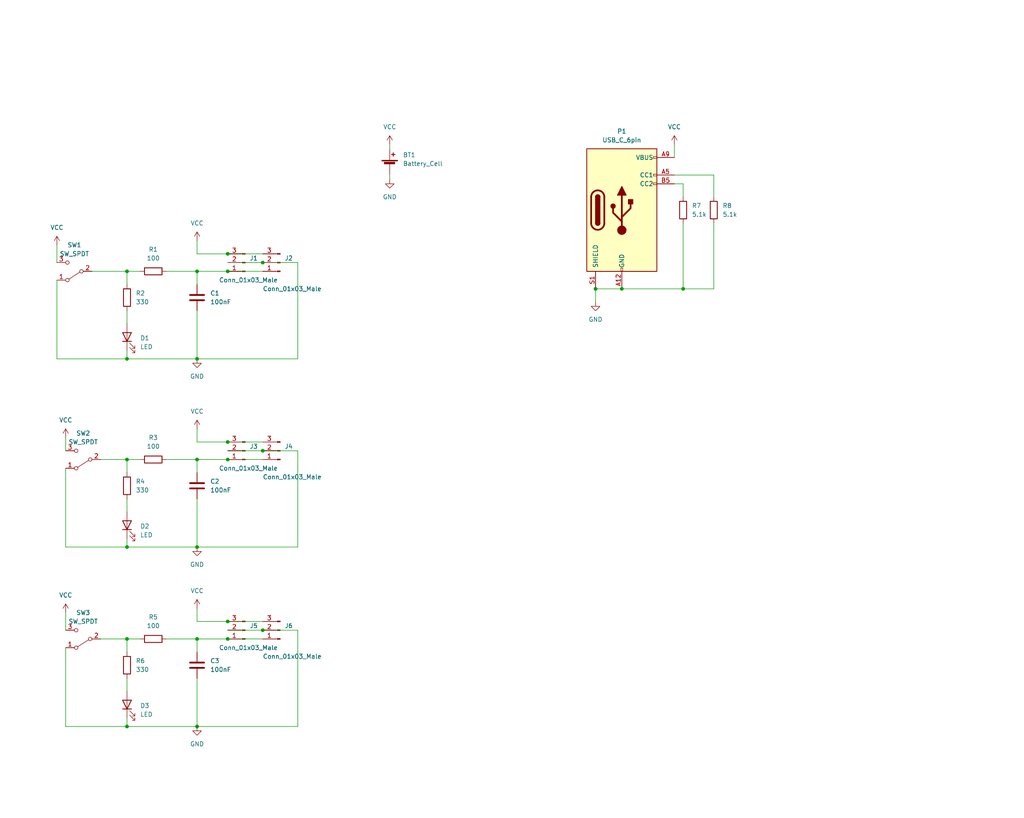
<source format=kicad_sch>
(kicad_sch (version 20231120) (generator "eeschema") (generator_version "8.0")
  (paper "User" 297.002 237.388)
  (lib_symbols
    (symbol "Connector:Conn_01x03_Male" (pin_names (offset 1.016) hide)
      (property "Reference" "J" (at 0 5.08 0))
      (property "Value" "Conn_01x03_Male" (at 0 -5.08 0))
      (symbol "Conn_01x03_Male_1_1"
        (polyline (pts (xy 1.27 -2.54) (xy 0.8636 -2.54)) (stroke (width 0.1524)))
        (polyline (pts (xy 1.27 0) (xy 0.8636 0)) (stroke (width 0.1524)))
        (polyline (pts (xy 1.27 2.54) (xy 0.8636 2.54)) (stroke (width 0.1524)))
        (rectangle (start 0.8636 -2.413) (end 0 -2.667) (stroke (width 0.1524)) (fill (type outline)))
        (rectangle (start 0.8636 0.127) (end 0 -0.127) (stroke (width 0.1524)) (fill (type outline)))
        (rectangle (start 0.8636 2.667) (end 0 2.413) (stroke (width 0.1524)) (fill (type outline)))
        (pin passive line (at 5.08 2.54 180) (length 3.81) (name "Pin_1") (number "1"))
        (pin passive line (at 5.08 0 180) (length 3.81) (name "Pin_2") (number "2"))
        (pin passive line (at 5.08 -2.54 180) (length 3.81) (name "Pin_3") (number "3"))
      )
    )
    (symbol "Device:Battery_Cell" (pin_numbers hide) (pin_names (offset 0) hide)
      (property "Reference" "BT" (at 2.54 2.54 0))
      (property "Value" "Battery_Cell" (at 2.54 0 0))
      (symbol "Battery_Cell_0_1"
        (rectangle (start -2.286 1.778) (end 2.286 1.524) (fill (type outline)))
        (rectangle (start -1.5748 1.1938) (end 1.4732 0.6858) (fill (type outline)))
        (polyline (pts (xy 0 0.762) (xy 0 0)))
        (polyline (pts (xy 0 1.778) (xy 0 2.54)))
        (polyline (pts (xy 0.508 3.429) (xy 1.524 3.429)) (stroke (width 0.254)))
        (polyline (pts (xy 1.016 3.937) (xy 1.016 2.921)) (stroke (width 0.254)))
      )
      (symbol "Battery_Cell_1_1"
        (pin passive line (at 0 5.08 270) (length 2.54) (name "+") (number "1"))
        (pin passive line (at 0 -2.54 90) (length 2.54) (name "-") (number "2"))
      )
    )
    (symbol "Device:C" (pin_numbers hide) (pin_names (offset 0.254))
      (property "Reference" "C" (at 0.635 2.54 0))
      (property "Value" "C" (at 0.635 -2.54 0))
      (symbol "C_0_1"
        (polyline (pts (xy -2.032 -0.762) (xy 2.032 -0.762)) (stroke (width 0.508)))
        (polyline (pts (xy -2.032 0.762) (xy 2.032 0.762)) (stroke (width 0.508)))
      )
      (symbol "C_1_1"
        (pin passive line (at 0 3.81 270) (length 2.794) (name "~") (number "1"))
        (pin passive line (at 0 -3.81 90) (length 2.794) (name "~") (number "2"))
      )
    )
    (symbol "Device:LED" (pin_numbers hide) (pin_names (offset 1.016) hide)
      (property "Reference" "D" (at 0 2.54 0))
      (property "Value" "LED" (at 0 -2.54 0))
      (symbol "LED_0_1"
        (polyline (pts (xy -1.27 -1.27) (xy -1.27 1.27)) (stroke (width 0.254)))
        (polyline (pts (xy -1.27 0) (xy 1.27 0)))
        (polyline (pts (xy 1.27 -1.27) (xy 1.27 1.27) (xy -1.27 0) (xy 1.27 -1.27)) (stroke (width 0.254)))
        (polyline (pts (xy -3.048 -0.762) (xy -4.572 -2.286) (xy -3.81 -2.286) (xy -4.572 -2.286) (xy -4.572 -1.524)))
        (polyline (pts (xy -1.778 -0.762) (xy -3.302 -2.286) (xy -2.54 -2.286) (xy -3.302 -2.286) (xy -3.302 -1.524)))
      )
      (symbol "LED_1_1"
        (pin passive line (at -3.81 0 0) (length 2.54) (name "K") (number "1"))
        (pin passive line (at 3.81 0 180) (length 2.54) (name "A") (number "2"))
      )
    )
    (symbol "Device:R" (pin_numbers hide) (pin_names (offset 0))
      (property "Reference" "R" (at 2.032 0 90))
      (property "Value" "R" (at 0 0 90))
      (symbol "R_0_1"
        (rectangle (start -1.016 -2.54) (end 1.016 2.54) (stroke (width 0.254)))
      )
      (symbol "R_1_1"
        (pin passive line (at 0 3.81 270) (length 1.27) (name "~") (number "1"))
        (pin passive line (at 0 -3.81 90) (length 1.27) (name "~") (number "2"))
      )
    )
    (symbol "Switch:SW_SPDT" (pin_names (offset 0) hide)
      (property "Reference" "SW" (at 0 4.318 0))
      (property "Value" "SW_SPDT" (at 0 -5.08 0))
      (symbol "SW_SPDT_0_0"
        (circle (center -2.032 0) (radius 0.508))
        (circle (center 2.032 -2.54) (radius 0.508))
      )
      (symbol "SW_SPDT_0_1"
        (polyline (pts (xy -1.524 0.254) (xy 1.651 2.286)))
        (circle (center 2.032 2.54) (radius 0.508))
      )
      (symbol "SW_SPDT_1_1"
        (pin passive line (at 5.08 2.54 180) (length 2.54) (name "A") (number "1"))
        (pin passive line (at -5.08 0 0) (length 2.54) (name "B") (number "2"))
        (pin passive line (at 5.08 -2.54 180) (length 2.54) (name "C") (number "3"))
      )
    )
    (symbol "power:GND" (power) (pin_names (offset 0))
      (property "Value" "GND" (at 0 -3.81 0))
      (symbol "GND_0_1"
        (polyline (pts (xy 0 0) (xy 0 -1.27) (xy 1.27 -1.27) (xy 0 -2.54) (xy -1.27 -1.27) (xy 0 -1.27)))
      )
      (symbol "GND_1_1"
        (pin power_in line (at 0 0 270) (length 0) hide (name "GND") (number "1"))
      )
    )
    (symbol "power:VCC" (power) (pin_names (offset 0))
      (property "Value" "VCC" (at 0 3.81 0))
      (symbol "VCC_0_1"
        (polyline (pts (xy -0.762 1.27) (xy 0 2.54)))
        (polyline (pts (xy 0 0) (xy 0 2.54)))
        (polyline (pts (xy 0 2.54) (xy 0.762 1.27)))
      )
      (symbol "VCC_1_1"
        (pin power_in line (at 0 0 90) (length 0) hide (name "VCC") (number "1"))
      )
    )
    (symbol "shurik-personal:USB_C_6pin" (pin_names (offset 1.016))
      (property "Reference" "P" (at -10.16 19.05 0))
      (property "Value" "USB_C_6pin" (at 12.7 19.05 0))
      (symbol "USB_C_6pin_0_0"
        (rectangle (start -0.254 -17.78) (end 0.254 -16.764))
        (rectangle (start 10.16 7.874) (end 9.144 7.366))
        (rectangle (start 10.16 10.414) (end 9.144 9.906))
        (rectangle (start 10.16 15.494) (end 9.144 14.986))
      )
      (symbol "USB_C_6pin_0_1"
        (rectangle (start -10.16 17.78) (end 10.16 -17.78) (stroke (width 0.254)) (fill (type background)))
        (arc (start -8.89 -3.81) (mid -6.985 -5.7067) (end -5.08 -3.81) (stroke (width 0.508)))
        (arc (start -7.62 -3.81) (mid -6.985 -4.4423) (end -6.35 -3.81) (stroke (width 0.254)))
        (arc (start -7.62 -3.81) (mid -6.985 -4.4423) (end -6.35 -3.81) (stroke (width 0.254)) (fill (type outline)))
        (rectangle (start -7.62 -3.81) (end -6.35 3.81) (stroke (width 0.254)) (fill (type outline)))
        (arc (start -6.35 3.81) (mid -6.985 4.4423) (end -7.62 3.81) (stroke (width 0.254)))
        (arc (start -6.35 3.81) (mid -6.985 4.4423) (end -7.62 3.81) (stroke (width 0.254)) (fill (type outline)))
        (arc (start -5.08 3.81) (mid -6.985 5.7067) (end -8.89 3.81) (stroke (width 0.508)))
        (circle (center -2.54 1.143) (radius 0.635) (stroke (width 0.254)) (fill (type outline)))
        (circle (center 0 -5.842) (radius 1.27) (fill (type outline)))
        (polyline (pts (xy -8.89 -3.81) (xy -8.89 3.81)) (stroke (width 0.508)))
        (polyline (pts (xy -5.08 3.81) (xy -5.08 -3.81)) (stroke (width 0.508)))
        (polyline (pts (xy 0 -5.842) (xy 0 4.318)) (stroke (width 0.508)))
        (polyline (pts (xy 0 -3.302) (xy -2.54 -0.762) (xy -2.54 0.508)) (stroke (width 0.508)))
        (polyline (pts (xy 0 -2.032) (xy 2.54 0.508) (xy 2.54 1.778)) (stroke (width 0.508)))
        (polyline (pts (xy -1.27 4.318) (xy 0 6.858) (xy 1.27 4.318) (xy -1.27 4.318)) (stroke (width 0.254)) (fill (type outline)))
        (rectangle (start 1.905 1.778) (end 3.175 3.048) (stroke (width 0.254)) (fill (type outline)))
      )
      (symbol "USB_C_6pin_1_1"
        (pin passive line (at 0 -22.86 90) (length 5.08) (name "GND") (number "A12"))
        (pin bidirectional line (at 15.24 10.16 180) (length 5.08) (name "CC1") (number "A5"))
        (pin passive line (at 15.24 15.24 180) (length 5.08) (name "VBUS") (number "A9"))
        (pin passive line (at 0 -22.86 90) (length 5.08) hide (name "GND") (number "B12"))
        (pin bidirectional line (at 15.24 7.62 180) (length 5.08) (name "CC2") (number "B5"))
        (pin passive line (at 15.24 15.24 180) (length 5.08) hide (name "VBUS") (number "B9"))
        (pin passive line (at -7.62 -22.86 90) (length 5.08) (name "SHIELD") (number "S1"))
      )
    )
  )
  (junction (at 198.12 83.82))
  (junction (at 57.15 185.42))
  (junction (at 66.04 73.66))
  (junction (at 57.15 210.82))
  (junction (at 180.34 83.82))
  (junction (at 66.04 133.35))
  (junction (at 57.15 158.75))
  (junction (at 66.04 78.74))
  (junction (at 36.83 104.14))
  (junction (at 36.83 185.42))
  (junction (at 36.83 133.35))
  (junction (at 36.83 78.74))
  (junction (at 172.72 83.82))
  (junction (at 76.2 130.81))
  (junction (at 66.04 128.27))
  (junction (at 57.15 104.14))
  (junction (at 66.04 180.34))
  (junction (at 66.04 185.42))
  (junction (at 36.83 158.75))
  (junction (at 57.15 78.74))
  (junction (at 36.83 210.82))
  (junction (at 76.2 76.2))
  (junction (at 76.2 182.88))
  (junction (at 57.15 133.35))
  (wire (pts (xy 66.04 128.27) (xy 57.15 128.27)))
  (wire (pts (xy 57.15 133.35) (xy 57.15 137.16)))
  (wire (pts (xy 36.83 196.85) (xy 36.83 200.66)))
  (wire (pts (xy 19.05 158.75) (xy 36.83 158.75)))
  (wire (pts (xy 36.83 156.21) (xy 36.83 158.75)))
  (wire (pts (xy 198.12 83.82) (xy 207.01 83.82)))
  (wire (pts (xy 19.05 187.96) (xy 19.05 210.82)))
  (wire (pts (xy 57.15 210.82) (xy 57.15 196.85)))
  (wire (pts (xy 29.21 185.42) (xy 36.83 185.42)))
  (wire (pts (xy 57.15 176.53) (xy 57.15 180.34)))
  (wire (pts (xy 36.83 133.35) (xy 36.83 137.16)))
  (wire (pts (xy 113.03 41.91) (xy 113.03 43.18)))
  (wire (pts (xy 48.26 78.74) (xy 57.15 78.74)))
  (wire (pts (xy 66.04 182.88) (xy 76.2 182.88)))
  (wire (pts (xy 57.15 158.75) (xy 57.15 144.78)))
  (wire (pts (xy 48.26 185.42) (xy 57.15 185.42)))
  (wire (pts (xy 86.36 210.82) (xy 57.15 210.82)))
  (wire (pts (xy 36.83 133.35) (xy 40.64 133.35)))
  (wire (pts (xy 66.04 130.81) (xy 76.2 130.81)))
  (wire (pts (xy 66.04 180.34) (xy 57.15 180.34)))
  (wire (pts (xy 113.03 50.8) (xy 113.03 52.07)))
  (wire (pts (xy 36.83 208.28) (xy 36.83 210.82)))
  (wire (pts (xy 198.12 64.77) (xy 198.12 83.82)))
  (wire (pts (xy 195.58 53.34) (xy 198.12 53.34)))
  (wire (pts (xy 36.83 90.17) (xy 36.83 93.98)))
  (wire (pts (xy 66.04 76.2) (xy 76.2 76.2)))
  (wire (pts (xy 57.15 69.85) (xy 57.15 73.66)))
  (wire (pts (xy 86.36 182.88) (xy 86.36 210.82)))
  (wire (pts (xy 207.01 50.8) (xy 207.01 57.15)))
  (wire (pts (xy 36.83 185.42) (xy 40.64 185.42)))
  (wire (pts (xy 172.72 83.82) (xy 180.34 83.82)))
  (wire (pts (xy 16.51 81.28) (xy 16.51 104.14)))
  (wire (pts (xy 36.83 104.14) (xy 57.15 104.14)))
  (wire (pts (xy 57.15 78.74) (xy 57.15 82.55)))
  (wire (pts (xy 195.58 41.91) (xy 195.58 45.72)))
  (wire (pts (xy 207.01 83.82) (xy 207.01 64.77)))
  (wire (pts (xy 76.2 76.2) (xy 86.36 76.2)))
  (wire (pts (xy 36.83 185.42) (xy 36.83 189.23)))
  (wire (pts (xy 36.83 210.82) (xy 57.15 210.82)))
  (wire (pts (xy 66.04 133.35) (xy 76.2 133.35)))
  (wire (pts (xy 57.15 133.35) (xy 66.04 133.35)))
  (wire (pts (xy 66.04 78.74) (xy 76.2 78.74)))
  (wire (pts (xy 19.05 210.82) (xy 36.83 210.82)))
  (wire (pts (xy 57.15 124.46) (xy 57.15 128.27)))
  (wire (pts (xy 36.83 78.74) (xy 40.64 78.74)))
  (wire (pts (xy 26.67 78.74) (xy 36.83 78.74)))
  (wire (pts (xy 48.26 133.35) (xy 57.15 133.35)))
  (wire (pts (xy 66.04 185.42) (xy 76.2 185.42)))
  (wire (pts (xy 19.05 135.89) (xy 19.05 158.75)))
  (wire (pts (xy 36.83 101.6) (xy 36.83 104.14)))
  (wire (pts (xy 66.04 128.27) (xy 76.2 128.27)))
  (wire (pts (xy 86.36 104.14) (xy 57.15 104.14)))
  (wire (pts (xy 198.12 53.34) (xy 198.12 57.15)))
  (wire (pts (xy 180.34 83.82) (xy 198.12 83.82)))
  (wire (pts (xy 36.83 158.75) (xy 57.15 158.75)))
  (wire (pts (xy 57.15 185.42) (xy 66.04 185.42)))
  (wire (pts (xy 19.05 177.8) (xy 19.05 182.88)))
  (wire (pts (xy 57.15 104.14) (xy 57.15 90.17)))
  (wire (pts (xy 86.36 76.2) (xy 86.36 104.14)))
  (wire (pts (xy 76.2 130.81) (xy 86.36 130.81)))
  (wire (pts (xy 57.15 185.42) (xy 57.15 189.23)))
  (wire (pts (xy 16.51 71.12) (xy 16.51 76.2)))
  (wire (pts (xy 19.05 127) (xy 19.05 130.81)))
  (wire (pts (xy 86.36 130.81) (xy 86.36 158.75)))
  (wire (pts (xy 36.83 144.78) (xy 36.83 148.59)))
  (wire (pts (xy 29.21 133.35) (xy 36.83 133.35)))
  (wire (pts (xy 172.72 83.82) (xy 172.72 87.63)))
  (wire (pts (xy 16.51 104.14) (xy 36.83 104.14)))
  (wire (pts (xy 57.15 78.74) (xy 66.04 78.74)))
  (wire (pts (xy 195.58 50.8) (xy 207.01 50.8)))
  (wire (pts (xy 86.36 158.75) (xy 57.15 158.75)))
  (wire (pts (xy 76.2 182.88) (xy 86.36 182.88)))
  (wire (pts (xy 66.04 73.66) (xy 57.15 73.66)))
  (wire (pts (xy 66.04 180.34) (xy 76.2 180.34)))
  (wire (pts (xy 36.83 78.74) (xy 36.83 82.55)))
  (wire (pts (xy 66.04 73.66) (xy 76.2 73.66)))
  (symbol (lib_id "Connector:Conn_01x03_Male") (at 81.28 76.2 180) (unit 1)
    (property "Reference" "J2" (at 82.55 74.9299 0) (effects (justify right)))
    (property "Value" "Conn_01x03_Male" (at 76.2 83.82 0) (effects (justify right)))
    (property "Footprint" "Connector_Molex:Molex_PicoBlade_53261-0371_1x03-1MP_P1.25mm_Horizontal" (effects (hide yes)))
    (property "LCSC" "C22075" (effects (hide yes)))
  )
  (symbol (lib_id "power:VCC") (at 19.05 177.8 0) (unit 1)
    (property "Reference" "#PWR010" (effects (hide yes)))
    (property "Value" "VCC" (at 19.05 172.72 0))
  )
  (symbol (lib_id "power:GND") (at 57.15 158.75 0) (unit 1)
    (property "Reference" "#PWR08" (effects (hide yes)))
    (property "Value" "GND" (at 57.15 163.83 0))
  )
  (symbol (lib_id "Switch:SW_SPDT") (at 24.13 185.42 180) (unit 1)
    (property "Reference" "SW3" (at 24.13 177.8 0))
    (property "Value" "SW_SPDT" (at 24.13 180.34 0))
    (property "Footprint" "shurik-personal:SW_SPDT_MK_12C02" (effects (hide yes)))
    (property "LCSC" "C963206" (effects (hide yes)))
  )
  (symbol (lib_id "Device:R") (at 198.12 60.96 180) (unit 1)
    (property "Reference" "R7" (at 200.66 59.6899 0) (effects (justify right)))
    (property "Value" "5.1k" (at 200.66 62.2299 0) (effects (justify right)))
    (property "Footprint" "Resistor_SMD:R_0603_1608Metric" (effects (hide yes)))
    (property "LCSC" "C23186" (effects (hide yes)))
  )
  (symbol (lib_id "Device:C") (at 57.15 193.04 0) (unit 1)
    (property "Reference" "C3" (at 60.96 191.7699 0) (effects (justify left)))
    (property "Value" "100nF" (at 60.96 194.3099 0) (effects (justify left)))
    (property "Footprint" "Capacitor_SMD:C_0603_1608Metric" (effects (hide yes)))
    (property "LCSC" "C14663" (effects (hide yes)))
  )
  (symbol (lib_id "power:GND") (at 113.03 52.07 0) (unit 1)
    (property "Reference" "#PWR02" (effects (hide yes)))
    (property "Value" "GND" (at 113.03 57.15 0))
  )
  (symbol (lib_id "power:VCC") (at 57.15 69.85 0) (unit 1)
    (property "Reference" "#PWR03" (effects (hide yes)))
    (property "Value" "VCC" (at 57.15 64.77 0))
  )
  (symbol (lib_id "Device:R") (at 36.83 140.97 0) (unit 1)
    (property "Reference" "R4" (at 39.37 139.6999 0) (effects (justify left)))
    (property "Value" "330" (at 39.37 142.2399 0) (effects (justify left)))
    (property "Footprint" "Resistor_SMD:R_0603_1608Metric" (effects (hide yes)))
    (property "LCSC" "C23138" (effects (hide yes)))
  )
  (symbol (lib_id "power:GND") (at 57.15 104.14 0) (unit 1)
    (property "Reference" "#PWR05" (effects (hide yes)))
    (property "Value" "GND" (at 57.15 109.22 0))
  )
  (symbol (lib_id "Device:R") (at 44.45 78.74 90) (unit 1)
    (property "Reference" "R1" (at 44.45 72.39 90))
    (property "Value" "100" (at 44.45 74.93 90))
    (property "Footprint" "Resistor_SMD:R_0603_1608Metric" (effects (hide yes)))
    (property "LCSC" "C22775" (effects (hide yes)))
  )
  (symbol (lib_id "Switch:SW_SPDT") (at 24.13 133.35 180) (unit 1)
    (property "Reference" "SW2" (at 24.13 125.73 0))
    (property "Value" "SW_SPDT" (at 24.13 128.27 0))
    (property "Footprint" "shurik-personal:SW_SPDT_MK_12C02" (effects (hide yes)))
    (property "LCSC" "C963206" (effects (hide yes)))
  )
  (symbol (lib_id "Device:R") (at 44.45 185.42 90) (unit 1)
    (property "Reference" "R5" (at 44.45 179.07 90))
    (property "Value" "100" (at 44.45 181.61 90))
    (property "Footprint" "Resistor_SMD:R_0603_1608Metric" (effects (hide yes)))
    (property "LCSC" "C22775" (effects (hide yes)))
  )
  (symbol (lib_id "Device:R") (at 36.83 86.36 0) (unit 1)
    (property "Reference" "R2" (at 39.37 85.0899 0) (effects (justify left)))
    (property "Value" "330" (at 39.37 87.6299 0) (effects (justify left)))
    (property "Footprint" "Resistor_SMD:R_0603_1608Metric" (effects (hide yes)))
    (property "LCSC" "C23138" (effects (hide yes)))
  )
  (symbol (lib_id "shurik-personal:USB_C_6pin") (at 180.34 60.96 0) (unit 1)
    (property "Reference" "P1" (at 180.34 38.1 0))
    (property "Value" "USB_C_6pin" (at 180.34 40.64 0))
    (property "Footprint" "shurik-personal:USB_C_Receptacle_Korean_Hroparts-31-M-17" (effects (hide yes)))
    (property "Datasheet" "https://datasheet.lcsc.com/lcsc/2108131830_Korean-Hroparts-Elec-TYPE-C-31-M-17_C283540.pdf" (effects (hide yes)))
    (property "LCSC" "C283540" (effects (hide yes)))
  )
  (symbol (lib_id "Device:LED") (at 36.83 97.79 90) (unit 1)
    (property "Reference" "D1" (at 40.64 98.1074 90) (effects (justify right)))
    (property "Value" "LED" (at 40.64 100.6474 90) (effects (justify right)))
    (property "Footprint" "shurik-personal:LITE_ON_LTST_C230TBKT-LED_1206_3216Metric_ReverseMount" (effects (hide yes)))
    (property "LCSC" "C125109" (effects (hide yes)))
  )
  (symbol (lib_id "power:VCC") (at 113.03 41.91 0) (unit 1)
    (property "Reference" "#PWR01" (effects (hide yes)))
    (property "Value" "VCC" (at 113.03 36.83 0))
  )
  (symbol (lib_id "Connector:Conn_01x03_Male") (at 71.12 130.81 180) (unit 1)
    (property "Reference" "J3" (at 72.39 129.5399 0) (effects (justify right)))
    (property "Value" "Conn_01x03_Male" (at 63.5 135.89 0) (effects (justify right)))
    (property "Footprint" "Connector_Molex:Molex_PicoBlade_53261-0371_1x03-1MP_P1.25mm_Horizontal" (effects (hide yes)))
    (property "LCSC" "C22075" (effects (hide yes)))
  )
  (symbol (lib_id "Device:R") (at 44.45 133.35 90) (unit 1)
    (property "Reference" "R3" (at 44.45 127 90))
    (property "Value" "100" (at 44.45 129.54 90))
    (property "Footprint" "Resistor_SMD:R_0603_1608Metric" (effects (hide yes)))
    (property "LCSC" "C22775" (effects (hide yes)))
  )
  (symbol (lib_id "power:VCC") (at 19.05 127 0) (unit 1)
    (property "Reference" "#PWR07" (effects (hide yes)))
    (property "Value" "VCC" (at 19.05 121.92 0))
  )
  (symbol (lib_id "Device:R") (at 207.01 60.96 180) (unit 1)
    (property "Reference" "R8" (at 209.55 59.6899 0) (effects (justify right)))
    (property "Value" "5.1k" (at 209.55 62.2299 0) (effects (justify right)))
    (property "Footprint" "Resistor_SMD:R_0603_1608Metric" (effects (hide yes)))
    (property "LCSC" "C23186" (effects (hide yes)))
  )
  (symbol (lib_id "power:VCC") (at 195.58 41.91 0) (unit 1)
    (property "Reference" "#PWR0102" (effects (hide yes)))
    (property "Value" "VCC" (at 195.58 36.83 0))
  )
  (symbol (lib_id "power:VCC") (at 57.15 124.46 0) (unit 1)
    (property "Reference" "#PWR06" (effects (hide yes)))
    (property "Value" "VCC" (at 57.15 119.38 0))
  )
  (symbol (lib_id "power:GND") (at 172.72 87.63 0) (unit 1)
    (property "Reference" "#PWR0101" (effects (hide yes)))
    (property "Value" "GND" (at 172.72 92.71 0))
  )
  (symbol (lib_id "power:VCC") (at 16.51 71.12 0) (unit 1)
    (property "Reference" "#PWR04" (effects (hide yes)))
    (property "Value" "VCC" (at 16.51 66.04 0))
  )
  (symbol (lib_id "power:VCC") (at 57.15 176.53 0) (unit 1)
    (property "Reference" "#PWR09" (effects (hide yes)))
    (property "Value" "VCC" (at 57.15 171.45 0))
  )
  (symbol (lib_id "Connector:Conn_01x03_Male") (at 71.12 182.88 180) (unit 1)
    (property "Reference" "J5" (at 72.39 181.6099 0) (effects (justify right)))
    (property "Value" "Conn_01x03_Male" (at 63.5 187.96 0) (effects (justify right)))
    (property "Footprint" "Connector_Molex:Molex_PicoBlade_53261-0371_1x03-1MP_P1.25mm_Horizontal" (effects (hide yes)))
    (property "LCSC" "C22075" (effects (hide yes)))
  )
  (symbol (lib_id "Device:C") (at 57.15 140.97 0) (unit 1)
    (property "Reference" "C2" (at 60.96 139.6999 0) (effects (justify left)))
    (property "Value" "100nF" (at 60.96 142.2399 0) (effects (justify left)))
    (property "Footprint" "Capacitor_SMD:C_0603_1608Metric" (effects (hide yes)))
    (property "LCSC" "C14663" (effects (hide yes)))
  )
  (symbol (lib_id "power:GND") (at 57.15 210.82 0) (unit 1)
    (property "Reference" "#PWR011" (effects (hide yes)))
    (property "Value" "GND" (at 57.15 215.9 0))
  )
  (symbol (lib_id "Device:C") (at 57.15 86.36 0) (unit 1)
    (property "Reference" "C1" (at 60.96 85.0899 0) (effects (justify left)))
    (property "Value" "100nF" (at 60.96 87.6299 0) (effects (justify left)))
    (property "Footprint" "Capacitor_SMD:C_0603_1608Metric" (effects (hide yes)))
    (property "LCSC" "C14663" (effects (hide yes)))
  )
  (symbol (lib_id "Device:LED") (at 36.83 152.4 90) (unit 1)
    (property "Reference" "D2" (at 40.64 152.7174 90) (effects (justify right)))
    (property "Value" "LED" (at 40.64 155.2574 90) (effects (justify right)))
    (property "Footprint" "shurik-personal:LITE_ON_LTST_C230TBKT-LED_1206_3216Metric_ReverseMount" (effects (hide yes)))
    (property "LCSC" "C125109" (effects (hide yes)))
  )
  (symbol (lib_id "Switch:SW_SPDT") (at 21.59 78.74 180) (unit 1)
    (property "Reference" "SW1" (at 21.59 71.12 0))
    (property "Value" "SW_SPDT" (at 21.59 73.66 0))
    (property "Footprint" "shurik-personal:SW_SPDT_MK_12C02" (effects (hide yes)))
    (property "LCSC" "C963206" (effects (hide yes)))
  )
  (symbol (lib_id "Device:Battery_Cell") (at 113.03 48.26 0) (unit 1)
    (property "Reference" "BT1" (at 116.84 44.9579 0) (effects (justify left)))
    (property "Value" "Battery_Cell" (at 116.84 47.4979 0) (effects (justify left)))
    (property "Footprint" "shurik-personal:BatteryHolder_QJ_BS6-CR2032" (effects (hide yes)))
    (property "LCSC" "C70377" (effects (hide yes)))
  )
  (symbol (lib_id "Connector:Conn_01x03_Male") (at 81.28 182.88 180) (unit 1)
    (property "Reference" "J6" (at 82.55 181.6099 0) (effects (justify right)))
    (property "Value" "Conn_01x03_Male" (at 76.2 190.5 0) (effects (justify right)))
    (property "Footprint" "Connector_Molex:Molex_PicoBlade_53261-0371_1x03-1MP_P1.25mm_Horizontal" (effects (hide yes)))
    (property "LCSC" "C22075" (effects (hide yes)))
  )
  (symbol (lib_id "Device:R") (at 36.83 193.04 0) (unit 1)
    (property "Reference" "R6" (at 39.37 191.7699 0) (effects (justify left)))
    (property "Value" "330" (at 39.37 194.3099 0) (effects (justify left)))
    (property "Footprint" "Resistor_SMD:R_0603_1608Metric" (effects (hide yes)))
    (property "LCSC" "C23138" (effects (hide yes)))
  )
  (symbol (lib_id "Device:LED") (at 36.83 204.47 90) (unit 1)
    (property "Reference" "D3" (at 40.64 204.7874 90) (effects (justify right)))
    (property "Value" "LED" (at 40.64 207.3274 90) (effects (justify right)))
    (property "Footprint" "shurik-personal:LITE_ON_LTST_C230TBKT-LED_1206_3216Metric_ReverseMount" (effects (hide yes)))
    (property "LCSC" "C125109" (effects (hide yes)))
  )
  (symbol (lib_id "Connector:Conn_01x03_Male") (at 71.12 76.2 180) (unit 1)
    (property "Reference" "J1" (at 72.39 74.9299 0) (effects (justify right)))
    (property "Value" "Conn_01x03_Male" (at 63.5 81.28 0) (effects (justify right)))
    (property "Footprint" "Connector_Molex:Molex_PicoBlade_53261-0371_1x03-1MP_P1.25mm_Horizontal" (effects (hide yes)))
    (property "LCSC" "C22075" (effects (hide yes)))
  )
  (symbol (lib_id "Connector:Conn_01x03_Male") (at 81.28 130.81 180) (unit 1)
    (property "Reference" "J4" (at 82.55 129.5399 0) (effects (justify right)))
    (property "Value" "Conn_01x03_Male" (at 76.2 138.43 0) (effects (justify right)))
    (property "Footprint" "Connector_Molex:Molex_PicoBlade_53261-0371_1x03-1MP_P1.25mm_Horizontal" (effects (hide yes)))
    (property "LCSC" "C22075" (effects (hide yes)))
  )
)
</source>
